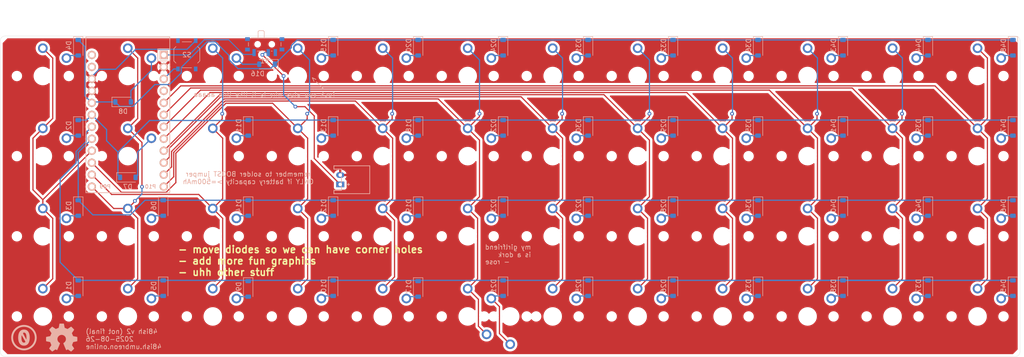
<source format=kicad_pcb>
(kicad_pcb
	(version 20241229)
	(generator "pcbnew")
	(generator_version "9.0")
	(general
		(thickness 1.6)
		(legacy_teardrops no)
	)
	(paper "A3")
	(title_block
		(title "plank")
		(rev "v1.0.0")
		(company "Unknown")
	)
	(layers
		(0 "F.Cu" signal)
		(2 "B.Cu" signal)
		(9 "F.Adhes" user "F.Adhesive")
		(11 "B.Adhes" user "B.Adhesive")
		(13 "F.Paste" user)
		(15 "B.Paste" user)
		(5 "F.SilkS" user "F.Silkscreen")
		(7 "B.SilkS" user "B.Silkscreen")
		(1 "F.Mask" user)
		(3 "B.Mask" user)
		(17 "Dwgs.User" user "User.Drawings")
		(19 "Cmts.User" user "User.Comments")
		(21 "Eco1.User" user "User.Eco1")
		(23 "Eco2.User" user "User.Eco2")
		(25 "Edge.Cuts" user)
		(27 "Margin" user)
		(31 "F.CrtYd" user "F.Courtyard")
		(29 "B.CrtYd" user "B.Courtyard")
		(35 "F.Fab" user)
		(33 "B.Fab" user)
	)
	(setup
		(pad_to_mask_clearance 0)
		(allow_soldermask_bridges_in_footprints no)
		(tenting front back)
		(pcbplotparams
			(layerselection 0x00000000_00000000_55555555_5755f5ff)
			(plot_on_all_layers_selection 0x00000000_00000000_00000000_00000000)
			(disableapertmacros no)
			(usegerberextensions no)
			(usegerberattributes yes)
			(usegerberadvancedattributes yes)
			(creategerberjobfile yes)
			(dashed_line_dash_ratio 12.000000)
			(dashed_line_gap_ratio 3.000000)
			(svgprecision 4)
			(plotframeref no)
			(mode 1)
			(useauxorigin no)
			(hpglpennumber 1)
			(hpglpenspeed 20)
			(hpglpendiameter 15.000000)
			(pdf_front_fp_property_popups yes)
			(pdf_back_fp_property_popups yes)
			(pdf_metadata yes)
			(pdf_single_document no)
			(dxfpolygonmode yes)
			(dxfimperialunits yes)
			(dxfusepcbnewfont yes)
			(psnegative no)
			(psa4output no)
			(plot_black_and_white yes)
			(sketchpadsonfab no)
			(plotpadnumbers no)
			(hidednponfab no)
			(sketchdnponfab yes)
			(crossoutdnponfab yes)
			(subtractmaskfromsilk no)
			(outputformat 1)
			(mirror no)
			(drillshape 0)
			(scaleselection 1)
			(outputdirectory "48ish_soldered_out/")
		)
	)
	(net 0 "")
	(net 1 "one_modrow")
	(net 2 "one")
	(net 3 "one_bottom")
	(net 4 "one_home")
	(net 5 "one_top")
	(net 6 "two_modrow")
	(net 7 "two")
	(net 8 "two_bottom")
	(net 9 "two_home")
	(net 10 "two_top")
	(net 11 "three_modrow")
	(net 12 "three")
	(net 13 "three_bottom")
	(net 14 "three_home")
	(net 15 "three_top")
	(net 16 "four_modrow")
	(net 17 "four")
	(net 18 "four_bottom")
	(net 19 "four_home")
	(net 20 "four_top")
	(net 21 "five_modrow")
	(net 22 "five")
	(net 23 "five_bottom")
	(net 24 "five_home")
	(net 25 "five_top")
	(net 26 "six_modrow")
	(net 27 "six")
	(net 28 "six_bottom")
	(net 29 "six_home")
	(net 30 "six_top")
	(net 31 "seven")
	(net 32 "seven_modrow")
	(net 33 "seven_bottom")
	(net 34 "seven_home")
	(net 35 "seven_top")
	(net 36 "eight_modrow")
	(net 37 "eight")
	(net 38 "eight_bottom")
	(net 39 "eight_home")
	(net 40 "eight_top")
	(net 41 "nine_modrow")
	(net 42 "nine")
	(net 43 "nine_bottom")
	(net 44 "nine_home")
	(net 45 "nine_top")
	(net 46 "ten_modrow")
	(net 47 "ten")
	(net 48 "ten_bottom")
	(net 49 "ten_home")
	(net 50 "ten_top")
	(net 51 "eleven_modrow")
	(net 52 "eleven")
	(net 53 "eleven_bottom")
	(net 54 "eleven_home")
	(net 55 "eleven_top")
	(net 56 "twelve_modrow")
	(net 57 "twelve")
	(net 58 "twelve_bottom")
	(net 59 "twelve_home")
	(net 60 "twelve_top")
	(net 61 "modrow")
	(net 62 "bottom")
	(net 63 "home")
	(net 64 "top")
	(net 65 "RAW")
	(net 66 "GND")
	(net 67 "RST")
	(net 68 "VCC")
	(net 69 "P1")
	(net 70 "P0")
	(net 71 "BAT")
	(footprint "PG1350" (layer "F.Cu") (at 162 -68))
	(footprint "PG1350" (layer "F.Cu") (at 108 -68))
	(footprint "PG1350" (layer "F.Cu") (at 72 -51))
	(footprint "PG1350" (layer "F.Cu") (at 18 -68))
	(footprint "PG1350" (layer "F.Cu") (at 180 -51))
	(footprint "PG1350" (layer "F.Cu") (at 108 -51))
	(footprint "PG1350" (layer "F.Cu") (at 54 -34))
	(footprint "PG1350" (layer "F.Cu") (at 0 -34))
	(footprint "PG1350" (layer "F.Cu") (at 36 -68))
	(footprint "PG1350" (layer "F.Cu") (at 144 -68))
	(footprint "PG1350" (layer "F.Cu") (at 72 -68))
	(footprint "PG1350" (layer "F.Cu") (at 72 -17))
	(footprint "PG1350" (layer "F.Cu") (at 180 -68))
	(footprint "PG1350" (layer "F.Cu") (at 54 -51))
	(footprint "PG1350" (layer "F.Cu") (at 90 -68))
	(footprint "PG1350" (layer "F.Cu") (at 36 -51))
	(footprint "PG1350" (layer "F.Cu") (at 108 -34))
	(footprint "PG1350" (layer "F.Cu") (at 18 -34))
	(footprint "PG1350" (layer "F.Cu") (at 0 -17))
	(footprint "JST_PH_S2B-PH-K_02x2.00mm_Angled" (layer "F.Cu") (at 63 -46 90))
	(footprint "PG1350" (layer "F.Cu") (at 126 -34))
	(footprint "PG1350" (layer "F.Cu") (at 36 -17))
	(footprint "PG1350" (layer "F.Cu") (at 72 -34))
	(footprint "PG1350" (layer "F.Cu") (at 144 -17))
	(footprint "PG1350" (layer "F.Cu") (at 144 -51))
	(footprint "PG1350" (layer "F.Cu") (at 90 -17))
	(footprint "PG1350" (layer "F.Cu") (at 54 -17))
	(footprint "PG1350" (layer "F.Cu") (at 162 -51))
	(footprint "PG1350" (layer "F.Cu") (at 99 -17 180))
	(footprint "PG1350" (layer "F.Cu") (at 198 -68))
	(footprint "PG1350" (layer "F.Cu") (at 126 -51))
	(footprint "PG1350" (layer "F.Cu") (at 180 -34))
	(footprint "PG1350" (layer "F.Cu") (at 126 -68))
	(footprint "PG1350" (layer "F.Cu") (at 90 -34))
	(footprint "PG1350" (layer "F.Cu") (at 162 -34))
	(footprint "PG1350" (layer "F.Cu") (at 90 -51))
	(footprint "PG1350" (layer "F.Cu") (at 144 -34))
	(footprint "PG1350" (layer "F.Cu") (at 54 -68))
	(footprint "PG1350" (layer "F.Cu") (at 198 -17))
	(footprint "PG1350" (layer "F.Cu") (at 180 -17))
	(footprint "PG1350" (layer "F.Cu") (at 162 -17))
	(footprint "PG1350" (layer "F.Cu") (at 18 -17))
	(footprint "PG1350" (layer "F.Cu") (at 126 -17))
	(footprint "PG1350" (layer "F.Cu") (at 18 -51))
	(footprint "PG1350" (layer "F.Cu") (at 0 -68))
	(footprint "PG1350" (layer "F.Cu") (at 36 -34))
	(footprint "PG1350" (layer "F.Cu") (at 198 -51))
	(footprint "PG1350" (layer "F.Cu") (at 108 -17))
	(footprint "PG1350" (layer "F.Cu") (at 198 -34))
	(footprint "PG1350" (layer "F.Cu") (at 0 -51))
	(footprint "Button_Switch_SMD:SW_SPDT_PCM12"
		(layer "B.Cu")
		(uuid "00000000-0000-0000-0000-00005bf2cc3c")
		(at 47 -74.4)
		(descr "Ultraminiature Surface Mount Slide Switch, right-angle, https://www.ckswitches.com/media/1424/pcm.pdf")
		(property "Reference" "S1"
			(at 0 3.2 0)
			(layer "B.SilkS")
			(uuid "4a0735c1-2b75-4df1-9943-022cbdd776e7")
			(effects
				(font
					(size 1 1)
					(thickness 0.15)
				)
				(justify mirror)
			)
		)
		(property "Value" ""
			(at 0 -4.25 0)
			(layer "B.Fab")
			(uuid "9cecbf94-3fe4-415a-a961-6654a24c1312")
			(effects
				(font
					(size 1 1)
					(thickness 0.15)
				)
				(justify mirror)
			)
		)
		(property "Datasheet" ""
			(at 0 0 180)
			(unlocked yes)
			(layer "B.Fab")
			(hide yes)
			(uuid "5e8cd27f-27c1-4a5d-8fd3-d390b7857cec")
			(effects
				(font
					(size 1.27 1.27)
					(thickness 0.15)
				)
				(justify mirror)
			)
		)
		(property "Description" ""
			(at 0 0 180)
			(unlocked yes)
			(layer "B.Fab")
			(hide yes)
			(uuid "fc000d71-fb04-4699-a376-7f78934c2184")
			(effects
				(font
					(size 1.27 1.27)
					(thickness 0.15)
				)
				(justify mirror)
			)
		)
		(attr smd)
		(fp_line
			(start -3.45 0.07)
			(end -3.45 -0.72)
			(stroke
				(width 0.12)
				(type solid)
			)
			(layer "B.SilkS")
			(uuid "b0c925a1-755f-44aa-90f6-d61ecb35cb34")
		)
		(fp_line
			(start -2.85 -1.73)
			(end 2.85 -1.73)
			(stroke
				(width 0.12)
				(type solid)
			)
			(layer "B.SilkS")
			(uuid "32ad5941-ac00-4754-b787-a877c737d6d8")
		)
		(fp_line
			(start -1.6
... [786095 chars truncated]
</source>
